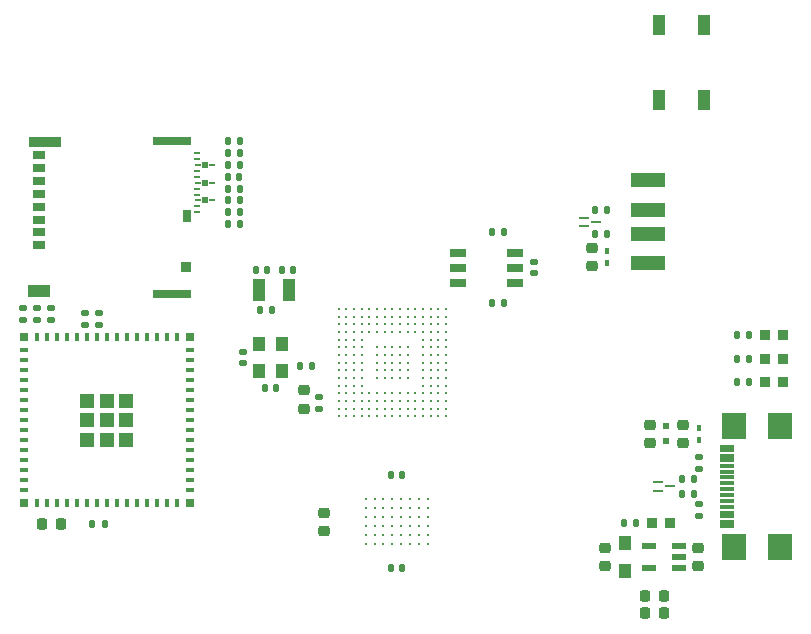
<source format=gbr>
%TF.GenerationSoftware,KiCad,Pcbnew,(6.0.10)*%
%TF.CreationDate,2023-06-21T21:11:03+02:00*%
%TF.ProjectId,FOX-PDA-v1,464f582d-5044-4412-9d76-312e6b696361,rev?*%
%TF.SameCoordinates,Original*%
%TF.FileFunction,Paste,Top*%
%TF.FilePolarity,Positive*%
%FSLAX46Y46*%
G04 Gerber Fmt 4.6, Leading zero omitted, Abs format (unit mm)*
G04 Created by KiCad (PCBNEW (6.0.10)) date 2023-06-21 21:11:03*
%MOMM*%
%LPD*%
G01*
G04 APERTURE LIST*
G04 Aperture macros list*
%AMRoundRect*
0 Rectangle with rounded corners*
0 $1 Rounding radius*
0 $2 $3 $4 $5 $6 $7 $8 $9 X,Y pos of 4 corners*
0 Add a 4 corners polygon primitive as box body*
4,1,4,$2,$3,$4,$5,$6,$7,$8,$9,$2,$3,0*
0 Add four circle primitives for the rounded corners*
1,1,$1+$1,$2,$3*
1,1,$1+$1,$4,$5*
1,1,$1+$1,$6,$7*
1,1,$1+$1,$8,$9*
0 Add four rect primitives between the rounded corners*
20,1,$1+$1,$2,$3,$4,$5,0*
20,1,$1+$1,$4,$5,$6,$7,0*
20,1,$1+$1,$6,$7,$8,$9,0*
20,1,$1+$1,$8,$9,$2,$3,0*%
G04 Aperture macros list end*
%ADD10RoundRect,0.225000X0.250000X-0.225000X0.250000X0.225000X-0.250000X0.225000X-0.250000X-0.225000X0*%
%ADD11RoundRect,0.135000X-0.135000X-0.185000X0.135000X-0.185000X0.135000X0.185000X-0.135000X0.185000X0*%
%ADD12R,1.000000X1.700000*%
%ADD13RoundRect,0.140000X0.170000X-0.140000X0.170000X0.140000X-0.170000X0.140000X-0.170000X-0.140000X0*%
%ADD14R,1.100000X1.900000*%
%ADD15RoundRect,0.135000X0.135000X0.185000X-0.135000X0.185000X-0.135000X-0.185000X0.135000X-0.185000X0*%
%ADD16R,1.100000X1.300000*%
%ADD17RoundRect,0.225000X-0.250000X0.225000X-0.250000X-0.225000X0.250000X-0.225000X0.250000X0.225000X0*%
%ADD18R,1.385000X0.650000*%
%ADD19RoundRect,0.225000X0.225000X0.250000X-0.225000X0.250000X-0.225000X-0.250000X0.225000X-0.250000X0*%
%ADD20R,0.320000X0.510000*%
%ADD21C,0.224000*%
%ADD22R,1.150000X0.600000*%
%ADD23R,1.150000X0.300000*%
%ADD24R,2.000000X2.180000*%
%ADD25R,0.950000X0.950000*%
%ADD26R,0.500000X0.260000*%
%ADD27R,0.590000X0.260000*%
%ADD28R,0.620000X0.560000*%
%ADD29R,0.600000X0.550000*%
%ADD30R,1.000000X1.150000*%
%ADD31R,0.400000X0.800000*%
%ADD32R,0.800000X0.400000*%
%ADD33R,1.200000X1.200000*%
%ADD34R,0.800000X0.800000*%
%ADD35RoundRect,0.135000X0.185000X-0.135000X0.185000X0.135000X-0.185000X0.135000X-0.185000X-0.135000X0*%
%ADD36RoundRect,0.140000X0.140000X0.170000X-0.140000X0.170000X-0.140000X-0.170000X0.140000X-0.170000X0*%
%ADD37RoundRect,0.140000X-0.140000X-0.170000X0.140000X-0.170000X0.140000X0.170000X-0.140000X0.170000X0*%
%ADD38RoundRect,0.135000X-0.185000X0.135000X-0.185000X-0.135000X0.185000X-0.135000X0.185000X0.135000X0*%
%ADD39R,0.930000X0.900000*%
%ADD40R,0.780000X1.050000*%
%ADD41R,1.830000X1.140000*%
%ADD42R,2.800000X0.860000*%
%ADD43R,3.330000X0.700000*%
%ADD44R,1.100000X0.700000*%
%ADD45R,0.914400X0.254000*%
%ADD46R,0.914400X0.203200*%
%ADD47RoundRect,0.140000X-0.170000X0.140000X-0.170000X-0.140000X0.170000X-0.140000X0.170000X0.140000X0*%
%ADD48R,3.000000X1.300000*%
%ADD49C,0.330000*%
G04 APERTURE END LIST*
D10*
%TO.C,C24*%
X174600000Y-102725000D03*
X174600000Y-101175000D03*
%TD*%
D11*
%TO.C,R18*%
X136050000Y-81200000D03*
X137070000Y-81200000D03*
%TD*%
D10*
%TO.C,C25*%
X144200000Y-110175000D03*
X144200000Y-108625000D03*
%TD*%
%TO.C,C40*%
X168000000Y-113175000D03*
X168000000Y-111625000D03*
%TD*%
D12*
%TO.C,S1*%
X172600000Y-73650000D03*
X172600000Y-67350000D03*
X176400000Y-73650000D03*
X176400000Y-67350000D03*
%TD*%
D13*
%TO.C,C35*%
X143825000Y-99825000D03*
X143825000Y-98865000D03*
%TD*%
D11*
%TO.C,R4*%
X174490000Y-107020000D03*
X175510000Y-107020000D03*
%TD*%
D14*
%TO.C,Y2*%
X141250000Y-89800000D03*
X138750000Y-89800000D03*
%TD*%
D15*
%TO.C,R22*%
X180210000Y-97600000D03*
X179190000Y-97600000D03*
%TD*%
D11*
%TO.C,R19*%
X136050000Y-79200000D03*
X137070000Y-79200000D03*
%TD*%
D16*
%TO.C,Y1*%
X140620000Y-96650000D03*
X140620000Y-94350000D03*
X138720000Y-94350000D03*
X138720000Y-96650000D03*
%TD*%
D17*
%TO.C,C23*%
X171800000Y-101175000D03*
X171800000Y-102725000D03*
%TD*%
D18*
%TO.C,J4*%
X160345500Y-89157500D03*
X155529500Y-89157500D03*
X160345500Y-87887500D03*
X155529500Y-87887500D03*
X160345500Y-86617500D03*
X155529500Y-86617500D03*
%TD*%
D19*
%TO.C,C37*%
X121925000Y-109600000D03*
X120375000Y-109600000D03*
%TD*%
D20*
%TO.C,D3*%
X175950000Y-102450000D03*
X175950000Y-101450000D03*
%TD*%
D21*
%TO.C,IC1*%
X145450000Y-91375000D03*
X146100000Y-91375000D03*
X146750000Y-91375000D03*
X147400000Y-91375000D03*
X148050000Y-91375000D03*
X148700000Y-91375000D03*
X149350000Y-91375000D03*
X150000000Y-91375000D03*
X150650000Y-91375000D03*
X151300000Y-91375000D03*
X151950000Y-91375000D03*
X152600000Y-91375000D03*
X153250000Y-91375000D03*
X153900000Y-91375000D03*
X154550000Y-91375000D03*
X145450000Y-92025000D03*
X146100000Y-92025000D03*
X146750000Y-92025000D03*
X147400000Y-92025000D03*
X148050000Y-92025000D03*
X148700000Y-92025000D03*
X149350000Y-92025000D03*
X150000000Y-92025000D03*
X150650000Y-92025000D03*
X151300000Y-92025000D03*
X151950000Y-92025000D03*
X152600000Y-92025000D03*
X153250000Y-92025000D03*
X153900000Y-92025000D03*
X154550000Y-92025000D03*
X145450000Y-92675000D03*
X146100000Y-92675000D03*
X146750000Y-92675000D03*
X147400000Y-92675000D03*
X148050000Y-92675000D03*
X148700000Y-92675000D03*
X149350000Y-92675000D03*
X150000000Y-92675000D03*
X150650000Y-92675000D03*
X151300000Y-92675000D03*
X151950000Y-92675000D03*
X152600000Y-92675000D03*
X153250000Y-92675000D03*
X153900000Y-92675000D03*
X154550000Y-92675000D03*
X145450000Y-93325000D03*
X146100000Y-93325000D03*
X146750000Y-93325000D03*
X147400000Y-93325000D03*
X148050000Y-93325000D03*
X148700000Y-93325000D03*
X149350000Y-93325000D03*
X150000000Y-93325000D03*
X150650000Y-93325000D03*
X151300000Y-93325000D03*
X151950000Y-93325000D03*
X152600000Y-93325000D03*
X153250000Y-93325000D03*
X153900000Y-93325000D03*
X154550000Y-93325000D03*
X145450000Y-93975000D03*
X146100000Y-93975000D03*
X146750000Y-93975000D03*
X147400000Y-93975000D03*
X152600000Y-93975000D03*
X153250000Y-93975000D03*
X153900000Y-93975000D03*
X154550000Y-93975000D03*
X145450000Y-94625000D03*
X146100000Y-94625000D03*
X146750000Y-94625000D03*
X147400000Y-94625000D03*
X148700000Y-94625000D03*
X149350000Y-94625000D03*
X150000000Y-94625000D03*
X150650000Y-94625000D03*
X151300000Y-94625000D03*
X152600000Y-94625000D03*
X153250000Y-94625000D03*
X153900000Y-94625000D03*
X154550000Y-94625000D03*
X145450000Y-95275000D03*
X146100000Y-95275000D03*
X146750000Y-95275000D03*
X147400000Y-95275000D03*
X148700000Y-95275000D03*
X149350000Y-95275000D03*
X150000000Y-95275000D03*
X150650000Y-95275000D03*
X151300000Y-95275000D03*
X152600000Y-95275000D03*
X153250000Y-95275000D03*
X153900000Y-95275000D03*
X154550000Y-95275000D03*
X145450000Y-95925000D03*
X146100000Y-95925000D03*
X146750000Y-95925000D03*
X147400000Y-95925000D03*
X148700000Y-95925000D03*
X149350000Y-95925000D03*
X150000000Y-95925000D03*
X150650000Y-95925000D03*
X151300000Y-95925000D03*
X152600000Y-95925000D03*
X153250000Y-95925000D03*
X153900000Y-95925000D03*
X154550000Y-95925000D03*
X145450000Y-96575000D03*
X146100000Y-96575000D03*
X146750000Y-96575000D03*
X147400000Y-96575000D03*
X148700000Y-96575000D03*
X149350000Y-96575000D03*
X150000000Y-96575000D03*
X150650000Y-96575000D03*
X151300000Y-96575000D03*
X152600000Y-96575000D03*
X153250000Y-96575000D03*
X153900000Y-96575000D03*
X154550000Y-96575000D03*
X145450000Y-97225000D03*
X146100000Y-97225000D03*
X146750000Y-97225000D03*
X147400000Y-97225000D03*
X148700000Y-97225000D03*
X149350000Y-97225000D03*
X150000000Y-97225000D03*
X150650000Y-97225000D03*
X151300000Y-97225000D03*
X152600000Y-97225000D03*
X153250000Y-97225000D03*
X153900000Y-97225000D03*
X154550000Y-97225000D03*
X145450000Y-97875000D03*
X146100000Y-97875000D03*
X146750000Y-97875000D03*
X147400000Y-97875000D03*
X152600000Y-97875000D03*
X153250000Y-97875000D03*
X153900000Y-97875000D03*
X154550000Y-97875000D03*
X145450000Y-98525000D03*
X146100000Y-98525000D03*
X146750000Y-98525000D03*
X147400000Y-98525000D03*
X148050000Y-98525000D03*
X148700000Y-98525000D03*
X149350000Y-98525000D03*
X150000000Y-98525000D03*
X150650000Y-98525000D03*
X151300000Y-98525000D03*
X151950000Y-98525000D03*
X152600000Y-98525000D03*
X153250000Y-98525000D03*
X153900000Y-98525000D03*
X154550000Y-98525000D03*
X145450000Y-99175000D03*
X146100000Y-99175000D03*
X146750000Y-99175000D03*
X147400000Y-99175000D03*
X148050000Y-99175000D03*
X148700000Y-99175000D03*
X149350000Y-99175000D03*
X150000000Y-99175000D03*
X150650000Y-99175000D03*
X151300000Y-99175000D03*
X151950000Y-99175000D03*
X152600000Y-99175000D03*
X153250000Y-99175000D03*
X153900000Y-99175000D03*
X154550000Y-99175000D03*
X145450000Y-99825000D03*
X146100000Y-99825000D03*
X146750000Y-99825000D03*
X147400000Y-99825000D03*
X148050000Y-99825000D03*
X148700000Y-99825000D03*
X149350000Y-99825000D03*
X150000000Y-99825000D03*
X150650000Y-99825000D03*
X151300000Y-99825000D03*
X151950000Y-99825000D03*
X152600000Y-99825000D03*
X153250000Y-99825000D03*
X153900000Y-99825000D03*
X154550000Y-99825000D03*
X145450000Y-100475000D03*
X146100000Y-100475000D03*
X146750000Y-100475000D03*
X147400000Y-100475000D03*
X148050000Y-100475000D03*
X148700000Y-100475000D03*
X149350000Y-100475000D03*
X150000000Y-100475000D03*
X150650000Y-100475000D03*
X151300000Y-100475000D03*
X151950000Y-100475000D03*
X152600000Y-100475000D03*
X153250000Y-100475000D03*
X153900000Y-100475000D03*
X154550000Y-100475000D03*
%TD*%
D22*
%TO.C,IC6*%
X174250000Y-113350000D03*
X174250000Y-112400000D03*
X174250000Y-111450000D03*
X171750000Y-111450000D03*
X171750000Y-113350000D03*
%TD*%
D13*
%TO.C,C30*%
X118725000Y-92280000D03*
X118725000Y-91320000D03*
%TD*%
D23*
%TO.C,J2*%
X178322000Y-109750000D03*
X178322000Y-108950000D03*
X178322000Y-107650000D03*
X178322000Y-106650000D03*
X178322000Y-106150000D03*
X178322000Y-105150000D03*
X178322000Y-103850000D03*
X178322000Y-103050000D03*
X178322000Y-103350000D03*
X178322000Y-104150000D03*
X178322000Y-104650000D03*
X178322000Y-105650000D03*
X178322000Y-107150000D03*
X178322000Y-108150000D03*
X178322000Y-108650000D03*
X178322000Y-109450000D03*
D24*
X182827000Y-111510000D03*
X182827000Y-101290000D03*
X178897000Y-111510000D03*
X178897000Y-101290000D03*
%TD*%
D25*
%TO.C,LED2*%
X183050000Y-95600000D03*
X181550000Y-95600000D03*
%TD*%
D26*
%TO.C,D1*%
X133490000Y-78200000D03*
X133490000Y-78700000D03*
D27*
X133535000Y-79200000D03*
D26*
X133490000Y-79700000D03*
X133490000Y-80200000D03*
D27*
X133535000Y-80700000D03*
D26*
X133490000Y-81200000D03*
X133490000Y-81700000D03*
D27*
X133535000Y-82200000D03*
D26*
X133490000Y-82700000D03*
X133490000Y-83200000D03*
D27*
X134745000Y-82200000D03*
X134745000Y-80700000D03*
X134745000Y-79200000D03*
D28*
X134140000Y-79200000D03*
X134140000Y-80700000D03*
X134140000Y-82200000D03*
%TD*%
D11*
%TO.C,R13*%
X136050000Y-84200000D03*
X137070000Y-84200000D03*
%TD*%
D29*
%TO.C,FB1*%
X173200000Y-101300000D03*
X173200000Y-102600000D03*
%TD*%
D11*
%TO.C,R2*%
X167190000Y-85000000D03*
X168210000Y-85000000D03*
%TD*%
D30*
%TO.C,L1*%
X169700000Y-111225000D03*
X169700000Y-113575000D03*
%TD*%
D11*
%TO.C,R7*%
X158430000Y-90880000D03*
X159450000Y-90880000D03*
%TD*%
D31*
%TO.C,IC3*%
X119875000Y-107800000D03*
X120725000Y-107800000D03*
X121575000Y-107800000D03*
X122425000Y-107800000D03*
X123275000Y-107800000D03*
X124125000Y-107800000D03*
X124975000Y-107800000D03*
X125825000Y-107800000D03*
X126675000Y-107800000D03*
X127525000Y-107800000D03*
X128375000Y-107800000D03*
X129225000Y-107800000D03*
X130075000Y-107800000D03*
X130925000Y-107800000D03*
X131775000Y-107800000D03*
D32*
X132825000Y-106750000D03*
X132825000Y-105900000D03*
X132825000Y-105050000D03*
X132825000Y-104200000D03*
X132825000Y-103350000D03*
X132825000Y-102500000D03*
X132825000Y-101650000D03*
X132825000Y-100800000D03*
X132825000Y-99950000D03*
X132825000Y-99100000D03*
X132825000Y-98250000D03*
X132825000Y-97400000D03*
X132825000Y-96550000D03*
X132825000Y-95700000D03*
X132825000Y-94850000D03*
D31*
X131775000Y-93800000D03*
X130925000Y-93800000D03*
X130075000Y-93800000D03*
X129225000Y-93800000D03*
X128375000Y-93800000D03*
X127525000Y-93800000D03*
X126675000Y-93800000D03*
X125825000Y-93800000D03*
X124975000Y-93800000D03*
X124125000Y-93800000D03*
X123275000Y-93800000D03*
X122425000Y-93800000D03*
X121575000Y-93800000D03*
X120725000Y-93800000D03*
X119875000Y-93800000D03*
D32*
X118825000Y-94850000D03*
X118825000Y-95700000D03*
X118825000Y-96550000D03*
X118825000Y-97400000D03*
X118825000Y-98250000D03*
X118825000Y-99100000D03*
X118825000Y-99950000D03*
X118825000Y-100800000D03*
X118825000Y-101650000D03*
X118825000Y-102500000D03*
X118825000Y-103350000D03*
X118825000Y-104200000D03*
X118825000Y-105050000D03*
X118825000Y-105900000D03*
X118825000Y-106750000D03*
D33*
X125825000Y-100800000D03*
D34*
X118825000Y-107800000D03*
X132825000Y-107800000D03*
X132825000Y-93800000D03*
X118825000Y-93800000D03*
D33*
X124175000Y-102450000D03*
X125825000Y-102450000D03*
X127475000Y-102450000D03*
X127475000Y-100800000D03*
X127475000Y-99150000D03*
X125825000Y-99150000D03*
X124175000Y-99150000D03*
X124175000Y-100800000D03*
%TD*%
D17*
%TO.C,C39*%
X175900000Y-111625000D03*
X175900000Y-113175000D03*
%TD*%
D35*
%TO.C,R11*%
X125125000Y-92710000D03*
X125125000Y-91690000D03*
%TD*%
D15*
%TO.C,R23*%
X180210000Y-95600000D03*
X179190000Y-95600000D03*
%TD*%
D11*
%TO.C,R12*%
X124610000Y-109600000D03*
X125630000Y-109600000D03*
%TD*%
D36*
%TO.C,C31*%
X140180000Y-98100000D03*
X139220000Y-98100000D03*
%TD*%
D37*
%TO.C,C21*%
X149895000Y-105425000D03*
X150855000Y-105425000D03*
%TD*%
D36*
%TO.C,C33*%
X141580000Y-88100000D03*
X140620000Y-88100000D03*
%TD*%
D15*
%TO.C,R21*%
X139810000Y-91500000D03*
X138790000Y-91500000D03*
%TD*%
D11*
%TO.C,R3*%
X174490000Y-105780000D03*
X175510000Y-105780000D03*
%TD*%
D19*
%TO.C,C27*%
X172975000Y-115700000D03*
X171425000Y-115700000D03*
%TD*%
D37*
%TO.C,C34*%
X138420000Y-88100000D03*
X139380000Y-88100000D03*
%TD*%
D11*
%TO.C,R17*%
X136050000Y-82200000D03*
X137070000Y-82200000D03*
%TD*%
D38*
%TO.C,R5*%
X176000000Y-107890000D03*
X176000000Y-108910000D03*
%TD*%
D25*
%TO.C,LED4*%
X173500000Y-109500000D03*
X172000000Y-109500000D03*
%TD*%
D38*
%TO.C,R9*%
X121120000Y-91290000D03*
X121120000Y-92310000D03*
%TD*%
D20*
%TO.C,D2*%
X168150000Y-87500000D03*
X168150000Y-86500000D03*
%TD*%
D15*
%TO.C,R24*%
X180210000Y-93600000D03*
X179190000Y-93600000D03*
%TD*%
D35*
%TO.C,R10*%
X123975000Y-92710000D03*
X123975000Y-91690000D03*
%TD*%
D11*
%TO.C,R15*%
X136050000Y-77200000D03*
X137070000Y-77200000D03*
%TD*%
D19*
%TO.C,C26*%
X172975000Y-117150000D03*
X171425000Y-117150000D03*
%TD*%
D25*
%TO.C,LED1*%
X183050000Y-97600000D03*
X181550000Y-97600000D03*
%TD*%
D11*
%TO.C,R14*%
X136050000Y-78200000D03*
X137070000Y-78200000D03*
%TD*%
D35*
%TO.C,R8*%
X119880000Y-92310000D03*
X119880000Y-91290000D03*
%TD*%
D39*
%TO.C,J8*%
X132525000Y-87800000D03*
D40*
X132600000Y-83535000D03*
D41*
X120075000Y-89890000D03*
D42*
X120560000Y-77230000D03*
D43*
X131325000Y-77150000D03*
X131325000Y-90110000D03*
D44*
X120060000Y-86010000D03*
X120060000Y-84910000D03*
X120060000Y-83810000D03*
X120060000Y-82710000D03*
X120060000Y-81610000D03*
X120060000Y-80510000D03*
X120060000Y-79410000D03*
X120060000Y-78310000D03*
%TD*%
D45*
%TO.C,IC5*%
X166192000Y-83644400D03*
X166192000Y-84355600D03*
D46*
X167208000Y-84000000D03*
%TD*%
D25*
%TO.C,LED3*%
X183050000Y-93600000D03*
X181550000Y-93600000D03*
%TD*%
D15*
%TO.C,R25*%
X170660000Y-109500000D03*
X169640000Y-109500000D03*
%TD*%
D37*
%TO.C,C38*%
X136080000Y-80200000D03*
X137040000Y-80200000D03*
%TD*%
D10*
%TO.C,C22*%
X166900000Y-87775000D03*
X166900000Y-86225000D03*
%TD*%
D11*
%TO.C,R20*%
X142190000Y-96200000D03*
X143210000Y-96200000D03*
%TD*%
D45*
%TO.C,IC4*%
X172492000Y-106044400D03*
X172492000Y-106755600D03*
D46*
X173508000Y-106400000D03*
%TD*%
D11*
%TO.C,R16*%
X136050000Y-83200000D03*
X137070000Y-83200000D03*
%TD*%
D13*
%TO.C,C32*%
X137320000Y-95980000D03*
X137320000Y-95020000D03*
%TD*%
D36*
%TO.C,C29*%
X159430000Y-84900000D03*
X158470000Y-84900000D03*
%TD*%
D47*
%TO.C,C28*%
X161950000Y-87420000D03*
X161950000Y-88380000D03*
%TD*%
D48*
%TO.C,J1*%
X171620000Y-87500000D03*
X171620000Y-85000000D03*
X171620000Y-83000000D03*
X171620000Y-80500000D03*
%TD*%
D10*
%TO.C,C36*%
X142525000Y-99825000D03*
X142525000Y-98275000D03*
%TD*%
D49*
%TO.C,IC2*%
X147737500Y-111250000D03*
X147737500Y-110500000D03*
X147737500Y-109750000D03*
X147737500Y-109000000D03*
X147737500Y-108250000D03*
X147737500Y-107500000D03*
X148487500Y-111250000D03*
X148487500Y-110500000D03*
X148487500Y-109750000D03*
X148487500Y-109000000D03*
X148487500Y-108250000D03*
X148487500Y-107500000D03*
X149237500Y-111250000D03*
X149237500Y-110500000D03*
X149237500Y-109750000D03*
X149237500Y-109000000D03*
X149237500Y-108250000D03*
X149237500Y-107500000D03*
X149987500Y-111250000D03*
X149987500Y-110500000D03*
X149987500Y-109750000D03*
X149987500Y-109000000D03*
X149987500Y-108250000D03*
X149987500Y-107500000D03*
X150737500Y-111250000D03*
X150737500Y-110500000D03*
X150737500Y-109750000D03*
X150737500Y-109000000D03*
X150737500Y-108250000D03*
X150737500Y-107500000D03*
X151487500Y-111250000D03*
X151487500Y-110500000D03*
X151487500Y-109750000D03*
X151487500Y-109000000D03*
X151487500Y-108250000D03*
X151487500Y-107500000D03*
X152237500Y-111250000D03*
X152237500Y-110500000D03*
X152237500Y-109750000D03*
X152237500Y-109000000D03*
X152237500Y-108250000D03*
X152237500Y-107500000D03*
X152987500Y-111250000D03*
X152987500Y-110500000D03*
X152987500Y-109750000D03*
X152987500Y-109000000D03*
X152987500Y-108250000D03*
X152987500Y-107500000D03*
%TD*%
D35*
%TO.C,R6*%
X176000000Y-104910000D03*
X176000000Y-103890000D03*
%TD*%
D11*
%TO.C,R1*%
X167190000Y-83000000D03*
X168210000Y-83000000D03*
%TD*%
D36*
%TO.C,C13*%
X150855000Y-113325000D03*
X149895000Y-113325000D03*
%TD*%
M02*

</source>
